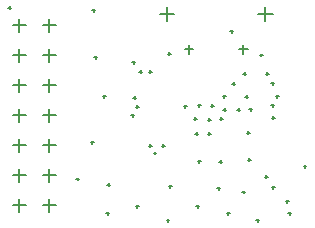
<source format=gbr>
%TF.GenerationSoftware,Altium Limited,Altium Designer,21.1.0 (24)*%
G04 Layer_Color=128*
%FSLAX45Y45*%
%MOMM*%
%TF.SameCoordinates,A42B3F18-A760-40AD-9EC3-E9591E309F50*%
%TF.FilePolarity,Positive*%
%TF.FileFunction,Drillmap*%
%TF.Part,Single*%
G01*
G75*
%TA.AperFunction,NonConductor*%
%ADD100C,0.12700*%
D100*
X145000Y1760000D02*
X255000D01*
X200000Y1705000D02*
Y1815000D01*
X145000Y1506000D02*
X255000D01*
X200000Y1451000D02*
Y1561000D01*
X145000Y1252000D02*
X255000D01*
X200000Y1197000D02*
Y1307000D01*
X145000Y998000D02*
X255000D01*
X200000Y943000D02*
Y1053000D01*
X145000Y744000D02*
X255000D01*
X200000Y689000D02*
Y799000D01*
X145000Y490000D02*
X255000D01*
X200000Y435000D02*
Y545000D01*
X145000Y236000D02*
X255000D01*
X200000Y181000D02*
Y291000D01*
X399000Y1760000D02*
X509000D01*
X454000Y1705000D02*
Y1815000D01*
X399000Y1506000D02*
X509000D01*
X454000Y1451000D02*
Y1561000D01*
X399000Y1252000D02*
X509000D01*
X454000Y1197000D02*
Y1307000D01*
X399000Y998000D02*
X509000D01*
X454000Y943000D02*
Y1053000D01*
X399000Y744000D02*
X509000D01*
X454000Y689000D02*
Y799000D01*
X399000Y490000D02*
X509000D01*
X454000Y435000D02*
Y545000D01*
X399000Y236000D02*
X509000D01*
X454000Y181000D02*
Y291000D01*
X1600000Y1560000D02*
X1675000D01*
X1637500Y1522500D02*
Y1597500D01*
X2060000Y1560000D02*
X2135000D01*
X2097500Y1522500D02*
Y1597500D01*
X1390000Y1860000D02*
X1510000D01*
X1450000Y1800000D02*
Y1920000D01*
X2225000Y1860000D02*
X2345000D01*
X2285000Y1800000D02*
Y1920000D01*
X107500Y1910000D02*
X132500D01*
X120000Y1897500D02*
Y1922500D01*
X1147500Y1000000D02*
X1172500D01*
X1160000Y987500D02*
Y1012500D01*
X1167500Y1150000D02*
X1192500D01*
X1180000Y1137500D02*
Y1162500D01*
X1187500Y1070000D02*
X1212500D01*
X1200000Y1057500D02*
Y1082500D01*
X1295898Y742403D02*
X1320897D01*
X1308397Y729904D02*
Y754903D01*
X1337500Y680000D02*
X1362500D01*
X1350000Y667500D02*
Y692500D01*
X1407500Y740000D02*
X1432500D01*
X1420000Y727500D02*
Y752500D01*
X907500Y1160000D02*
X932500D01*
X920000Y1147500D02*
Y1172500D01*
X947500Y410000D02*
X972500D01*
X960000Y397500D02*
Y422500D01*
X682500Y460000D02*
X707500D01*
X695000Y447500D02*
Y472500D01*
X2097500Y1350000D02*
X2122500D01*
X2110000Y1337500D02*
Y1362500D01*
X2005465Y1265132D02*
X2030465D01*
X2017965Y1252632D02*
Y1277632D01*
X807500Y772500D02*
X832500D01*
X820000Y760000D02*
Y785000D01*
X837500Y1490000D02*
X862500D01*
X850000Y1477500D02*
Y1502500D01*
X1677382Y972191D02*
X1702382D01*
X1689882Y959691D02*
Y984691D01*
X2115675Y1158501D02*
X2140674D01*
X2128175Y1146002D02*
Y1171001D01*
X1592554Y1074122D02*
X1617553D01*
X1605053Y1061622D02*
Y1086621D01*
X1712383Y1083207D02*
X1737382D01*
X1724883Y1070707D02*
Y1095707D01*
X1820916Y1081734D02*
X1845916D01*
X1833416Y1069234D02*
Y1094234D01*
X1925341Y1160842D02*
X1950341D01*
X1937841Y1148342D02*
Y1173342D01*
X1927977Y1046619D02*
X1952977D01*
X1940477Y1034120D02*
Y1059119D01*
X1899493Y971235D02*
X1924492D01*
X1911993Y958735D02*
Y983735D01*
X2047500Y1045000D02*
X2072500D01*
X2060000Y1032500D02*
Y1057500D01*
X2371767Y1160048D02*
X2396767D01*
X2384267Y1147548D02*
Y1172548D01*
X2335444Y1085459D02*
X2360443D01*
X2347943Y1072959D02*
Y1097959D01*
X2147496Y1049998D02*
X2172496D01*
X2159996Y1037498D02*
Y1062498D01*
X2337066Y976742D02*
X2362066D01*
X2349566Y964242D02*
Y989242D01*
X2335000Y1270395D02*
X2360000D01*
X2347500Y1257895D02*
Y1282895D01*
X2087500Y350000D02*
X2112500D01*
X2100000Y337500D02*
Y362500D01*
X1712116Y610556D02*
X1737116D01*
X1724616Y598056D02*
Y623056D01*
X1892961Y606013D02*
X1917960D01*
X1905461Y593513D02*
Y618512D01*
X1447500Y110000D02*
X1472500D01*
X1460000Y97500D02*
Y122500D01*
X1187500Y230000D02*
X1212500D01*
X1200000Y217500D02*
Y242500D01*
X937500Y170000D02*
X962500D01*
X950000Y157500D02*
Y182500D01*
X1798565Y845001D02*
X1823565D01*
X1811065Y832501D02*
Y857500D01*
X1797500Y960000D02*
X1822500D01*
X1810000Y947500D02*
Y972500D01*
X1689660Y843906D02*
X1714660D01*
X1702160Y831406D02*
Y856405D01*
X2277500Y480000D02*
X2302500D01*
X2290000Y467500D02*
Y492500D01*
X2337500Y390000D02*
X2362500D01*
X2350000Y377500D02*
Y402500D01*
X2287500Y1350000D02*
X2312500D01*
X2300000Y1337500D02*
Y1362500D01*
X2237500Y1510000D02*
X2262500D01*
X2250000Y1497500D02*
Y1522500D01*
X1217498Y1369997D02*
X1242497D01*
X1229998Y1357497D02*
Y1382497D01*
X1297500Y1370000D02*
X1322500D01*
X1310000Y1357500D02*
Y1382500D01*
X1157500Y1450000D02*
X1182500D01*
X1170000Y1437500D02*
Y1462500D01*
X2136435Y625000D02*
X2161434D01*
X2148934Y612500D02*
Y637500D01*
X1877500Y380000D02*
X1902500D01*
X1890000Y367500D02*
Y392500D01*
X1467500Y400000D02*
X1492500D01*
X1480000Y387500D02*
Y412500D01*
X2477500Y170000D02*
X2502500D01*
X2490000Y157500D02*
Y182500D01*
X1457500Y1520000D02*
X1482500D01*
X1470000Y1507500D02*
Y1532500D01*
X1987500Y1710000D02*
X2012500D01*
X2000000Y1697500D02*
Y1722500D01*
X2607500Y568944D02*
X2632500D01*
X2620000Y556444D02*
Y581444D01*
X817500Y1890000D02*
X842500D01*
X830000Y1877500D02*
Y1902500D01*
X1957500Y170000D02*
X1982500D01*
X1970000Y157500D02*
Y182500D01*
X1697500Y230000D02*
X1722500D01*
X1710000Y217500D02*
Y242500D01*
X2207500Y110000D02*
X2232500D01*
X2220000Y97500D02*
Y122500D01*
X2457500Y270000D02*
X2482500D01*
X2470000Y257500D02*
Y282500D01*
X2127500Y850000D02*
X2152500D01*
X2140000Y837500D02*
Y862500D01*
%TF.MD5,1e9e134084eabcb5edf3c15eda1e47b8*%
M02*

</source>
